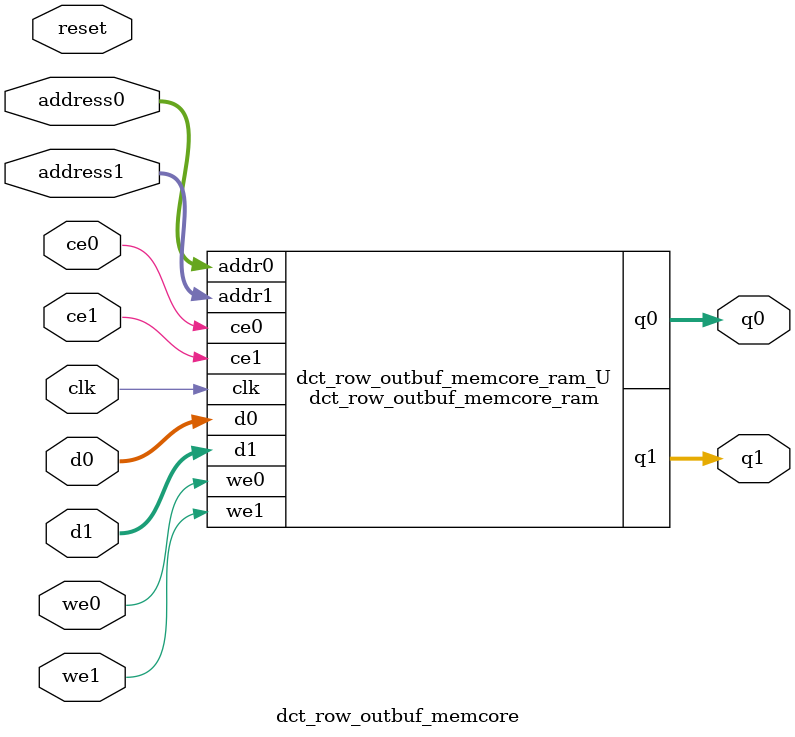
<source format=v>

`timescale 1 ns / 1 ps
module dct_row_outbuf_memcore_ram (addr0, ce0, d0, we0, q0, addr1, ce1, d1, we1, q1,  clk);

parameter DWIDTH = 16;
parameter AWIDTH = 7;
parameter MEM_SIZE = 128;

input[AWIDTH-1:0] addr0;
input ce0;
input[DWIDTH-1:0] d0;
input we0;
output reg[DWIDTH-1:0] q0;
input[AWIDTH-1:0] addr1;
input ce1;
input[DWIDTH-1:0] d1;
input we1;
output reg[DWIDTH-1:0] q1;
input clk;

(* ram_style = "block" *)reg [DWIDTH-1:0] ram[MEM_SIZE-1:0];




always @(posedge clk)  
begin 
    if (ce0) 
    begin
        if (we0) 
        begin 
            ram[addr0] <= d0; 
            q0 <= d0;
        end 
        else 
            q0 <= ram[addr0];
    end
end


always @(posedge clk)  
begin 
    if (ce1) 
    begin
        if (we1) 
        begin 
            ram[addr1] <= d1; 
            q1 <= d1;
        end 
        else 
            q1 <= ram[addr1];
    end
end


endmodule


`timescale 1 ns / 1 ps
module dct_row_outbuf_memcore(
    reset,
    clk,
    address0,
    ce0,
    we0,
    d0,
    q0,
    address1,
    ce1,
    we1,
    d1,
    q1);

parameter DataWidth = 32'd16;
parameter AddressRange = 32'd128;
parameter AddressWidth = 32'd7;
input reset;
input clk;
input[AddressWidth - 1:0] address0;
input ce0;
input we0;
input[DataWidth - 1:0] d0;
output[DataWidth - 1:0] q0;
input[AddressWidth - 1:0] address1;
input ce1;
input we1;
input[DataWidth - 1:0] d1;
output[DataWidth - 1:0] q1;




dct_row_outbuf_memcore_ram dct_row_outbuf_memcore_ram_U(
    .clk( clk ),
    .addr0( address0 ),
    .ce0( ce0 ),
    .d0( d0 ),
    .we0( we0 ),
    .q0( q0 ),
    .addr1( address1 ),
    .ce1( ce1 ),
    .d1( d1 ),
    .we1( we1 ),
    .q1( q1 ));

endmodule


</source>
